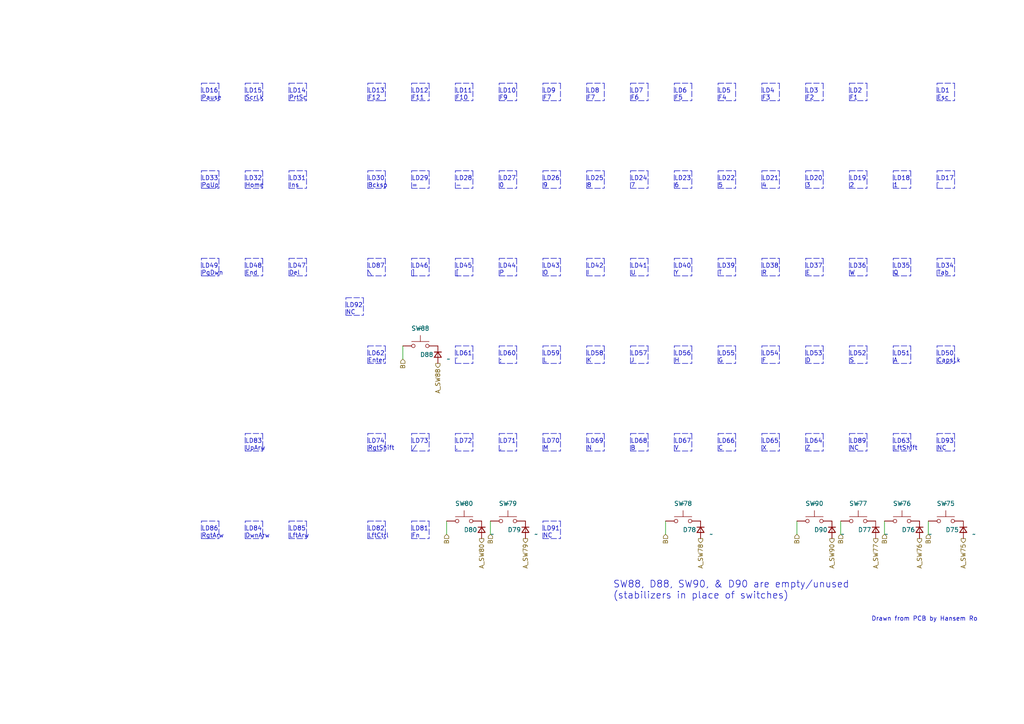
<source format=kicad_sch>
(kicad_sch (version 20211123) (generator eeschema)
  (paper "A4")
  (lib_symbols
    (symbol "Device:D_Small" (pin_numbers hide) (pin_names (offset 0.254) hide)
      (property "Reference" "D" (at -1.27 2.032 0))
      (property "Value" "D_Small" (at -3.81 -2.032 0))
      (symbol "D_Small_0_1"
        (polyline (pts (xy -0.762 -1.016) (xy -0.762 1.016)) (stroke (width 0.254)))
        (polyline (pts (xy -0.762 0) (xy 0.762 0)))
        (polyline (pts (xy 0.762 -1.016) (xy -0.762 0) (xy 0.762 1.016) (xy 0.762 -1.016)) (stroke (width 0.254)))
      )
      (symbol "D_Small_1_1"
        (pin passive line (at -2.54 0 0) (length 1.778) (name "K") (number "1"))
        (pin passive line (at 2.54 0 180) (length 1.778) (name "A") (number "2"))
      )
    )
    (symbol "Switch:SW_Push" (pin_numbers hide) (pin_names (offset 1.016) hide)
      (property "Reference" "SW" (at 1.27 2.54 0))
      (property "Value" "SW_Push" (at 0 -1.524 0))
      (symbol "SW_Push_0_1"
        (circle (center -2.032 0) (radius 0.508))
        (polyline (pts (xy 0 1.27) (xy 0 3.048)))
        (polyline (pts (xy 2.54 1.27) (xy -2.54 1.27)))
        (circle (center 2.032 0) (radius 0.508))
        (pin passive line (at -5.08 0 0) (length 2.54) (name "1") (number "1"))
        (pin passive line (at 5.08 0 180) (length 2.54) (name "2") (number "2"))
      )
    )
  )
  (polyline (pts (xy 226.06 125.73) (xy 226.06 130.81)))
  (polyline (pts (xy 119.38 156.21) (xy 124.46 156.21)))
  (polyline (pts (xy 259.08 49.53) (xy 264.16 49.53)))
  (polyline (pts (xy 220.98 24.13) (xy 226.06 24.13)))
  (polyline (pts (xy 226.06 49.53) (xy 226.06 54.61)))
  (polyline (pts (xy 187.96 100.33) (xy 187.96 105.41)))
  (polyline (pts (xy 271.78 80.01) (xy 276.86 80.01)))
  (polyline (pts (xy 157.48 151.13) (xy 162.56 151.13)))
  (polyline (pts (xy 83.82 54.61) (xy 83.82 49.53)))
  (polyline (pts (xy 170.18 130.81) (xy 175.26 130.81)))
  (polyline (pts (xy 175.26 49.53) (xy 175.26 54.61)))
  (polyline (pts (xy 259.08 105.41) (xy 264.16 105.41)))
  (polyline (pts (xy 106.68 125.73) (xy 111.76 125.73)))
  (polyline (pts (xy 233.68 54.61) (xy 238.76 54.61)))
  (polyline (pts (xy 119.38 80.01) (xy 124.46 80.01)))
  (polyline (pts (xy 259.08 80.01) (xy 264.16 80.01)))
  (polyline (pts (xy 271.78 80.01) (xy 271.78 74.93)))
  (polyline (pts (xy 106.68 105.41) (xy 111.76 105.41)))
  (polyline (pts (xy 132.08 100.33) (xy 137.16 100.33)))
  (wire (pts (xy 142.24 151.13) (xy 142.24 154.94)))
  (polyline (pts (xy 157.48 54.61) (xy 157.48 49.53)))
  (polyline (pts (xy 195.58 125.73) (xy 200.66 125.73)))
  (polyline (pts (xy 200.66 49.53) (xy 200.66 54.61)))
  (polyline (pts (xy 137.16 24.13) (xy 137.16 29.21)))
  (polyline (pts (xy 195.58 80.01) (xy 195.58 74.93)))
  (polyline (pts (xy 195.58 105.41) (xy 200.66 105.41)))
  (polyline (pts (xy 119.38 151.13) (xy 124.46 151.13)))
  (polyline (pts (xy 208.28 105.41) (xy 213.36 105.41)))
  (polyline (pts (xy 170.18 29.21) (xy 170.18 24.13)))
  (polyline (pts (xy 246.38 80.01) (xy 251.46 80.01)))
  (polyline (pts (xy 157.48 24.13) (xy 162.56 24.13)))
  (polyline (pts (xy 132.08 24.13) (xy 137.16 24.13)))
  (polyline (pts (xy 220.98 49.53) (xy 226.06 49.53)))
  (polyline (pts (xy 144.78 130.81) (xy 149.86 130.81)))
  (polyline (pts (xy 208.28 130.81) (xy 213.36 130.81)))
  (polyline (pts (xy 195.58 54.61) (xy 195.58 49.53)))
  (polyline (pts (xy 170.18 29.21) (xy 175.26 29.21)))
  (polyline (pts (xy 195.58 130.81) (xy 195.58 125.73)))
  (polyline (pts (xy 132.08 105.41) (xy 137.16 105.41)))
  (polyline (pts (xy 182.88 54.61) (xy 182.88 49.53)))
  (polyline (pts (xy 246.38 49.53) (xy 251.46 49.53)))
  (polyline (pts (xy 170.18 105.41) (xy 175.26 105.41)))
  (polyline (pts (xy 182.88 105.41) (xy 187.96 105.41)))
  (polyline (pts (xy 144.78 80.01) (xy 149.86 80.01)))
  (polyline (pts (xy 157.48 130.81) (xy 157.48 125.73)))
  (polyline (pts (xy 271.78 24.13) (xy 276.86 24.13)))
  (polyline (pts (xy 88.9 74.93) (xy 88.9 80.01)))
  (polyline (pts (xy 170.18 54.61) (xy 170.18 49.53)))
  (polyline (pts (xy 149.86 49.53) (xy 149.86 54.61)))
  (polyline (pts (xy 251.46 125.73) (xy 251.46 130.81)))
  (polyline (pts (xy 208.28 130.81) (xy 208.28 125.73)))
  (polyline (pts (xy 106.68 54.61) (xy 106.68 49.53)))
  (polyline (pts (xy 271.78 105.41) (xy 276.86 105.41)))
  (polyline (pts (xy 195.58 130.81) (xy 200.66 130.81)))
  (polyline (pts (xy 132.08 74.93) (xy 137.16 74.93)))
  (polyline (pts (xy 208.28 29.21) (xy 213.36 29.21)))
  (polyline (pts (xy 233.68 49.53) (xy 238.76 49.53)))
  (polyline (pts (xy 144.78 80.01) (xy 144.78 74.93)))
  (polyline (pts (xy 106.68 29.21) (xy 106.68 24.13)))
  (polyline (pts (xy 276.86 24.13) (xy 276.86 29.21)))
  (polyline (pts (xy 246.38 54.61) (xy 251.46 54.61)))
  (polyline (pts (xy 88.9 24.13) (xy 88.9 29.21)))
  (polyline (pts (xy 233.68 29.21) (xy 238.76 29.21)))
  (polyline (pts (xy 213.36 125.73) (xy 213.36 130.81)))
  (polyline (pts (xy 58.42 29.21) (xy 63.5 29.21)))
  (polyline (pts (xy 233.68 54.61) (xy 233.68 49.53)))
  (polyline (pts (xy 58.42 151.13) (xy 63.5 151.13)))
  (polyline (pts (xy 208.28 24.13) (xy 213.36 24.13)))
  (polyline (pts (xy 76.2 125.73) (xy 76.2 130.81)))
  (polyline (pts (xy 137.16 74.93) (xy 137.16 80.01)))
  (polyline (pts (xy 71.12 54.61) (xy 76.2 54.61)))
  (polyline (pts (xy 213.36 49.53) (xy 213.36 54.61)))
  (polyline (pts (xy 233.68 74.93) (xy 238.76 74.93)))
  (polyline (pts (xy 259.08 130.81) (xy 259.08 125.73)))
  (polyline (pts (xy 220.98 105.41) (xy 220.98 100.33)))
  (polyline (pts (xy 124.46 125.73) (xy 124.46 130.81)))
  (polyline (pts (xy 106.68 80.01) (xy 106.68 74.93)))
  (polyline (pts (xy 124.46 74.93) (xy 124.46 80.01)))
  (polyline (pts (xy 105.41 86.36) (xy 105.41 91.44)))
  (polyline (pts (xy 200.66 125.73) (xy 200.66 130.81)))
  (polyline (pts (xy 88.9 49.53) (xy 88.9 54.61)))
  (polyline (pts (xy 157.48 105.41) (xy 162.56 105.41)))
  (polyline (pts (xy 246.38 29.21) (xy 251.46 29.21)))
  (polyline (pts (xy 220.98 105.41) (xy 226.06 105.41)))
  (polyline (pts (xy 246.38 105.41) (xy 251.46 105.41)))
  (polyline (pts (xy 58.42 24.13) (xy 63.5 24.13)))
  (polyline (pts (xy 100.33 86.36) (xy 105.41 86.36)))
  (polyline (pts (xy 271.78 130.81) (xy 271.78 125.73)))
  (polyline (pts (xy 132.08 130.81) (xy 132.08 125.73)))
  (polyline (pts (xy 111.76 24.13) (xy 111.76 29.21)))
  (polyline (pts (xy 170.18 130.81) (xy 170.18 125.73)))
  (polyline (pts (xy 238.76 74.93) (xy 238.76 80.01)))
  (polyline (pts (xy 106.68 80.01) (xy 111.76 80.01)))
  (polyline (pts (xy 144.78 54.61) (xy 149.86 54.61)))
  (polyline (pts (xy 271.78 54.61) (xy 276.86 54.61)))
  (polyline (pts (xy 124.46 24.13) (xy 124.46 29.21)))
  (polyline (pts (xy 124.46 49.53) (xy 124.46 54.61)))
  (polyline (pts (xy 71.12 125.73) (xy 76.2 125.73)))
  (polyline (pts (xy 76.2 74.93) (xy 76.2 80.01)))
  (polyline (pts (xy 157.48 156.21) (xy 162.56 156.21)))
  (polyline (pts (xy 182.88 29.21) (xy 187.96 29.21)))
  (polyline (pts (xy 208.28 49.53) (xy 213.36 49.53)))
  (polyline (pts (xy 162.56 49.53) (xy 162.56 54.61)))
  (polyline (pts (xy 76.2 24.13) (xy 76.2 29.21)))
  (polyline (pts (xy 132.08 54.61) (xy 132.08 49.53)))
  (polyline (pts (xy 144.78 49.53) (xy 149.86 49.53)))
  (polyline (pts (xy 276.86 74.93) (xy 276.86 80.01)))
  (polyline (pts (xy 187.96 74.93) (xy 187.96 80.01)))
  (polyline (pts (xy 132.08 49.53) (xy 137.16 49.53)))
  (polyline (pts (xy 83.82 151.13) (xy 88.9 151.13)))
  (polyline (pts (xy 251.46 74.93) (xy 251.46 80.01)))
  (polyline (pts (xy 149.86 74.93) (xy 149.86 80.01)))
  (polyline (pts (xy 200.66 74.93) (xy 200.66 80.01)))
  (polyline (pts (xy 71.12 130.81) (xy 76.2 130.81)))
  (polyline (pts (xy 111.76 29.21) (xy 110.49 29.21)))
  (polyline (pts (xy 71.12 49.53) (xy 76.2 49.53)))
  (polyline (pts (xy 58.42 74.93) (xy 63.5 74.93)))
  (polyline (pts (xy 71.12 156.21) (xy 76.2 156.21)))
  (polyline (pts (xy 208.28 74.93) (xy 213.36 74.93)))
  (polyline (pts (xy 170.18 100.33) (xy 175.26 100.33)))
  (polyline (pts (xy 233.68 80.01) (xy 233.68 74.93)))
  (polyline (pts (xy 157.48 29.21) (xy 157.48 24.13)))
  (polyline (pts (xy 182.88 74.93) (xy 187.96 74.93)))
  (polyline (pts (xy 83.82 156.21) (xy 88.9 156.21)))
  (polyline (pts (xy 233.68 125.73) (xy 238.76 125.73)))
  (polyline (pts (xy 246.38 74.93) (xy 251.46 74.93)))
  (polyline (pts (xy 195.58 74.93) (xy 200.66 74.93)))
  (polyline (pts (xy 106.68 105.41) (xy 106.68 100.33)))
  (polyline (pts (xy 220.98 80.01) (xy 220.98 74.93)))
  (polyline (pts (xy 132.08 29.21) (xy 132.08 24.13)))
  (polyline (pts (xy 111.76 74.93) (xy 111.76 80.01)))
  (polyline (pts (xy 271.78 74.93) (xy 276.86 74.93)))
  (polyline (pts (xy 132.08 130.81) (xy 137.16 130.81)))
  (polyline (pts (xy 195.58 49.53) (xy 200.66 49.53)))
  (polyline (pts (xy 175.26 74.93) (xy 175.26 80.01)))
  (polyline (pts (xy 170.18 80.01) (xy 175.26 80.01)))
  (polyline (pts (xy 71.12 29.21) (xy 71.12 24.13)))
  (polyline (pts (xy 246.38 125.73) (xy 251.46 125.73)))
  (polyline (pts (xy 58.42 29.21) (xy 58.42 24.13)))
  (polyline (pts (xy 106.68 151.13) (xy 111.76 151.13)))
  (polyline (pts (xy 106.68 156.21) (xy 111.76 156.21)))
  (polyline (pts (xy 157.48 80.01) (xy 162.56 80.01)))
  (polyline (pts (xy 271.78 100.33) (xy 276.86 100.33)))
  (polyline (pts (xy 71.12 54.61) (xy 71.12 49.53)))
  (polyline (pts (xy 208.28 80.01) (xy 208.28 74.93)))
  (polyline (pts (xy 226.06 100.33) (xy 226.06 105.41)))
  (polyline (pts (xy 83.82 74.93) (xy 88.9 74.93)))
  (polyline (pts (xy 157.48 29.21) (xy 162.56 29.21)))
  (polyline (pts (xy 182.88 130.81) (xy 187.96 130.81)))
  (polyline (pts (xy 238.76 125.73) (xy 238.76 130.81)))
  (wire (pts (xy 193.04 151.13) (xy 193.04 154.94)))
  (polyline (pts (xy 170.18 24.13) (xy 175.26 24.13)))
  (polyline (pts (xy 170.18 54.61) (xy 175.26 54.61)))
  (polyline (pts (xy 233.68 100.33) (xy 238.76 100.33)))
  (polyline (pts (xy 157.48 125.73) (xy 162.56 125.73)))
  (polyline (pts (xy 144.78 29.21) (xy 149.86 29.21)))
  (polyline (pts (xy 271.78 54.61) (xy 271.78 49.53)))
  (polyline (pts (xy 88.9 151.13) (xy 88.9 156.21)))
  (polyline (pts (xy 83.82 54.61) (xy 88.9 54.61)))
  (wire (pts (xy 129.54 151.13) (xy 129.54 154.94)))
  (polyline (pts (xy 170.18 125.73) (xy 175.26 125.73)))
  (polyline (pts (xy 58.42 49.53) (xy 63.5 49.53)))
  (polyline (pts (xy 271.78 29.21) (xy 276.86 29.21)))
  (polyline (pts (xy 106.68 130.81) (xy 111.76 130.81)))
  (polyline (pts (xy 63.5 151.13) (xy 63.5 156.21)))
  (polyline (pts (xy 246.38 130.81) (xy 246.38 125.73)))
  (polyline (pts (xy 251.46 49.53) (xy 251.46 54.61)))
  (polyline (pts (xy 71.12 29.21) (xy 76.2 29.21)))
  (polyline (pts (xy 246.38 130.81) (xy 251.46 130.81)))
  (polyline (pts (xy 200.66 100.33) (xy 200.66 105.41)))
  (polyline (pts (xy 187.96 125.73) (xy 187.96 130.81)))
  (polyline (pts (xy 271.78 130.81) (xy 276.86 130.81)))
  (polyline (pts (xy 220.98 54.61) (xy 220.98 49.53)))
  (polyline (pts (xy 162.56 151.13) (xy 162.56 156.21)))
  (polyline (pts (xy 63.5 74.93) (xy 63.5 80.01)))
  (polyline (pts (xy 182.88 125.73) (xy 187.96 125.73)))
  (wire (pts (xy 231.14 151.13) (xy 231.14 154.94)))
  (polyline (pts (xy 271.78 29.21) (xy 271.78 24.13)))
  (polyline (pts (xy 149.86 24.13) (xy 149.86 29.21)))
  (polyline (pts (xy 124.46 151.13) (xy 124.46 156.21)))
  (polyline (pts (xy 58.42 80.01) (xy 58.42 74.93)))
  (polyline (pts (xy 182.88 49.53) (xy 187.96 49.53)))
  (polyline (pts (xy 187.96 24.13) (xy 187.96 29.21)))
  (polyline (pts (xy 200.66 24.13) (xy 200.66 29.21)))
  (polyline (pts (xy 58.42 54.61) (xy 58.42 49.53)))
  (polyline (pts (xy 157.48 49.53) (xy 162.56 49.53)))
  (polyline (pts (xy 220.98 74.93) (xy 226.06 74.93)))
  (polyline (pts (xy 83.82 80.01) (xy 88.9 80.01)))
  (polyline (pts (xy 220.98 125.73) (xy 226.06 125.73)))
  (polyline (pts (xy 195.58 54.61) (xy 200.66 54.61)))
  (polyline (pts (xy 137.16 100.33) (xy 137.16 105.41)))
  (polyline (pts (xy 106.68 156.21) (xy 106.68 151.13)))
  (polyline (pts (xy 58.42 156.21) (xy 63.5 156.21)))
  (polyline (pts (xy 233.68 80.01) (xy 238.76 80.01)))
  (polyline (pts (xy 259.08 125.73) (xy 264.16 125.73)))
  (polyline (pts (xy 132.08 80.01) (xy 137.16 80.01)))
  (polyline (pts (xy 182.88 54.61) (xy 187.96 54.61)))
  (polyline (pts (xy 71.12 24.13) (xy 76.2 24.13)))
  (polyline (pts (xy 157.48 54.61) (xy 162.56 54.61)))
  (polyline (pts (xy 162.56 74.93) (xy 162.56 80.01)))
  (polyline (pts (xy 63.5 24.13) (xy 63.5 29.21)))
  (polyline (pts (xy 246.38 80.01) (xy 246.38 74.93)))
  (polyline (pts (xy 220.98 29.21) (xy 220.98 24.13)))
  (polyline (pts (xy 182.88 80.01) (xy 187.96 80.01)))
  (polyline (pts (xy 157.48 100.33) (xy 162.56 100.33)))
  (polyline (pts (xy 182.88 100.33) (xy 187.96 100.33)))
  (polyline (pts (xy 195.58 100.33) (xy 200.66 100.33)))
  (polyline (pts (xy 182.88 24.13) (xy 187.96 24.13)))
  (polyline (pts (xy 162.56 125.73) (xy 162.56 130.81)))
  (polyline (pts (xy 264.16 100.33) (xy 264.16 105.41)))
  (polyline (pts (xy 106.68 74.93) (xy 111.76 74.93)))
  (polyline (pts (xy 233.68 29.21) (xy 233.68 24.13)))
  (polyline (pts (xy 246.38 105.41) (xy 246.38 100.33)))
  (polyline (pts (xy 71.12 80.01) (xy 71.12 74.93)))
  (wire (pts (xy 256.54 151.13) (xy 256.54 154.94)))
  (polyline (pts (xy 208.28 125.73) (xy 213.36 125.73)))
  (polyline (pts (xy 106.68 49.53) (xy 111.76 49.53)))
  (polyline (pts (xy 271.78 105.41) (xy 271.78 100.33)))
  (polyline (pts (xy 264.16 74.93) (xy 264.16 80.01)))
  (polyline (pts (xy 106.68 29.21) (xy 111.76 29.21)))
  (polyline (pts (xy 144.78 130.81) (xy 144.78 125.73)))
  (polyline (pts (xy 106.68 54.61) (xy 111.76 54.61)))
  (polyline (pts (xy 76.2 49.53) (xy 76.2 54.61)))
  (polyline (pts (xy 233.68 130.81) (xy 233.68 125.73)))
  (polyline (pts (xy 238.76 24.13) (xy 238.76 29.21)))
  (polyline (pts (xy 58.42 54.61) (xy 63.5 54.61)))
  (polyline (pts (xy 238.76 49.53) (xy 238.76 54.61)))
  (polyline (pts (xy 119.38 24.13) (xy 124.46 24.13)))
  (polyline (pts (xy 259.08 130.81) (xy 264.16 130.81)))
  (polyline (pts (xy 195.58 24.13) (xy 200.66 24.13)))
  (polyline (pts (xy 144.78 24.13) (xy 149.86 24.13)))
  (polyline (pts (xy 220.98 80.01) (xy 226.06 80.01)))
  (polyline (pts (xy 76.2 151.13) (xy 76.2 156.21)))
  (polyline (pts (xy 259.08 54.61) (xy 264.16 54.61)))
  (polyline (pts (xy 182.88 29.21) (xy 182.88 24.13)))
  (polyline (pts (xy 144.78 54.61) (xy 144.78 49.53)))
  (polyline (pts (xy 220.98 100.33) (xy 226.06 100.33)))
  (polyline (pts (xy 157.48 74.93) (xy 162.56 74.93)))
  (polyline (pts (xy 195.58 80.01) (xy 200.66 80.01)))
  (polyline (pts (xy 119.38 29.21) (xy 119.38 24.13)))
  (polyline (pts (xy 119.38 54.61) (xy 124.46 54.61)))
  (polyline (pts (xy 137.16 125.73) (xy 137.16 130.81)))
  (wire (pts (xy 116.84 100.33) (xy 116.84 104.14)))
  (polyline (pts (xy 119.38 54.61) (xy 119.38 49.53)))
  (polyline (pts (xy 83.82 156.21) (xy 83.82 151.13)))
  (polyline (pts (xy 195.58 29.21) (xy 200.66 29.21)))
  (polyline (pts (xy 111.76 100.33) (xy 111.76 105.41)))
  (polyline (pts (xy 251.46 100.33) (xy 251.46 105.41)))
  (polyline (pts (xy 157.48 80.01) (xy 157.48 74.93)))
  (polyline (pts (xy 83.82 49.53) (xy 88.9 49.53)))
  (polyline (pts (xy 233.68 24.13) (xy 238.76 24.13)))
  (polyline (pts (xy 111.76 49.53) (xy 111.76 54.61)))
  (polyline (pts (xy 259.08 80.01) (xy 259.08 74.93)))
  (polyline (pts (xy 233.68 105.41) (xy 233.68 100.33)))
  (polyline (pts (xy 58.42 80.01) (xy 63.5 80.01)))
  (polyline (pts (xy 162.56 100.33) (xy 162.56 105.41)))
  (polyline (pts (xy 144.78 100.33) (xy 149.86 100.33)))
  (polyline (pts (xy 213.36 24.13) (xy 213.36 29.21)))
  (polyline (pts (xy 175.26 100.33) (xy 175.26 105.41)))
  (polyline (pts (xy 144.78 105.41) (xy 149.86 105.41)))
  (polyline (pts (xy 119.38 74.93) (xy 124.46 74.93)))
  (polyline (pts (xy 144.78 125.73) (xy 149.86 125.73)))
  (polyline (pts (xy 182.88 80.01) (xy 182.88 74.93)))
  (polyline (pts (xy 246.38 24.13) (xy 251.46 24.13)))
  (polyline (pts (xy 246.38 54.61) (xy 246.38 49.53)))
  (polyline (pts (xy 276.86 100.33) (xy 276.86 105.41)))
  (polyline (pts (xy 213.36 100.33) (xy 213.36 105.41)))
  (polyline (pts (xy 170.18 80.01) (xy 170.18 74.93)))
  (polyline (pts (xy 119.38 156.21) (xy 119.38 151.13)))
  (polyline (pts (xy 271.78 125.73) (xy 276.86 125.73)))
  (polyline (pts (xy 208.28 54.61) (xy 213.36 54.61)))
  (polyline (pts (xy 83.82 29.21) (xy 83.82 24.13)))
  (polyline (pts (xy 157.48 130.81) (xy 162.56 130.81)))
  (polyline (pts (xy 175.26 125.73) (xy 175.26 130.81)))
  (polyline (pts (xy 220.98 130.81) (xy 226.06 130.81)))
  (polyline (pts (xy 71.12 151.13) (xy 76.2 151.13)))
  (polyline (pts (xy 182.88 130.81) (xy 182.88 125.73)))
  (polyline (pts (xy 220.98 29.21) (xy 226.06 29.21)))
  (polyline (pts (xy 132.08 54.61) (xy 137.16 54.61)))
  (polyline (pts (xy 170.18 74.93) (xy 175.26 74.93)))
  (polyline (pts (xy 144.78 105.41) (xy 144.78 100.33)))
  (polyline (pts (xy 119.38 29.21) (xy 124.46 29.21)))
  (polyline (pts (xy 132.08 125.73) (xy 137.16 125.73)))
  (polyline (pts (xy 259.08 100.33) (xy 264.16 100.33)))
  (polyline (pts (xy 106.68 100.33) (xy 111.76 100.33)))
  (polyline (pts (xy 119.38 130.81) (xy 124.46 130.81)))
  (polyline (pts (xy 119.38 125.73) (xy 124.46 125.73)))
  (polyline (pts (xy 111.76 151.13) (xy 111.76 156.21)))
  (polyline (pts (xy 233.68 130.81) (xy 238.76 130.81)))
  (polyline (pts (xy 208.28 29.21) (xy 208.28 24.13)))
  (polyline (pts (xy 259.08 54.61) (xy 259.08 49.53)))
  (polyline (pts (xy 157.48 156.21) (xy 157.48 151.13)))
  (polyline (pts (xy 251.46 24.13) (xy 251.46 29.21)))
  (polyline (pts (xy 187.96 49.53) (xy 187.96 54.61)))
  (polyline (pts (xy 246.38 29.21) (xy 246.38 24.13)))
  (polyline (pts (xy 132.08 105.41) (xy 132.08 100.33)))
  (polyline (pts (xy 119.38 49.53) (xy 124.46 49.53)))
  (polyline (pts (xy 71.12 156.21) (xy 71.12 151.13)))
  (polyline (pts (xy 226.06 24.13) (xy 226.06 29.21)))
  (polyline (pts (xy 220.98 130.81) (xy 220.98 125.73)))
  (polyline (pts (xy 238.76 100.33) (xy 238.76 105.41)))
  (polyline (pts (xy 264.16 125.73) (xy 264.16 130.81)))
  (polyline (pts (xy 233.68 105.41) (xy 238.76 105.41)))
  (polyline (pts (xy 208.28 100.33) (xy 213.36 100.33)))
  (polyline (pts (xy 71.12 74.93) (xy 76.2 74.93)))
  (polyline (pts (xy 71.12 130.81) (xy 71.12 125.73)))
  (polyline (pts (xy 83.82 80.01) (xy 83.82 74.93)))
  (polyline (pts (xy 119.38 80.01) (xy 119.38 74.93)))
  (polyline (pts (xy 276.86 49.53) (xy 276.86 54.61)))
  (polyline (pts (xy 119.38 130.81) (xy 119.38 125.73)))
  (polyline (pts (xy 132.08 80.01) (xy 132.08 74.93)))
  (polyline (pts (xy 195.58 105.41) (xy 195.58 100.33)))
  (polyline (pts (xy 259.08 74.93) (xy 264.16 74.93)))
  (polyline (pts (xy 83.82 29.21) (xy 88.9 29.21)))
  (polyline (pts (xy 100.33 91.44) (xy 100.33 86.36)))
  (polyline (pts (xy 58.42 156.21) (xy 58.42 151.13)))
  (wire (pts (xy 269.24 151.13) (xy 269.24 154.94)))
  (polyline (pts (xy 106.68 130.81) (xy 106.68 125.73)))
  (polyline (pts (xy 157.48 105.41) (xy 157.48 100.33)))
  (polyline (pts (xy 175.26 24.13) (xy 175.26 29.21)))
  (polyline (pts (xy 220.98 54.61) (xy 226.06 54.61)))
  (polyline (pts (xy 208.28 80.01) (xy 213.36 80.01)))
  (polyline (pts (xy 246.38 100.33) (xy 251.46 100.33)))
  (wire (pts (xy 243.84 151.13) (xy 243.84 154.94)))
  (polyline (pts (xy 195.58 29.21) (xy 195.58 24.13)))
  (polyline (pts (xy 149.86 125.73) (xy 149.86 130.81)))
  (polyline (pts (xy 208.28 54.61) (xy 208.28 49.53)))
  (polyline (pts (xy 271.78 49.53) (xy 276.86 49.53)))
  (polyline (pts (xy 83.82 24.13) (xy 88.9 24.13)))
  (polyline (pts (xy 149.86 100.33) (xy 149.86 105.41)))
  (polyline (pts (xy 170.18 105.41) (xy 170.18 100.33)))
  (polyline (pts (xy 63.5 49.53) (xy 63.5 54.61)))
  (polyline (pts (xy 226.06 74.93) (xy 226.06 80.01)))
  (polyline (pts (xy 100.33 91.44) (xy 105.41 91.44)))
  (polyline (pts (xy 111.76 125.73) (xy 111.76 130.81)))
  (polyline (pts (xy 162.56 24.13) (xy 162.56 29.21)))
  (polyline (pts (xy 137.16 49.53) (xy 137.16 54.61)))
  (polyline (pts (xy 144.78 29.21) (xy 144.78 24.13)))
  (polyline (pts (xy 259.08 105.41) (xy 259.08 100.33)))
  (polyline (pts (xy 106.68 24.13) (xy 111.76 24.13)))
  (polyline (pts (xy 170.18 49.53) (xy 175.26 49.53)))
  (polyline (pts (xy 182.88 105.41) (xy 182.88 100.33)))
  (polyline (pts (xy 276.86 125.73) (xy 276.86 130.81)))
  (polyline (pts (xy 132.08 29.21) (xy 137.16 29.21)))
  (polyline (pts (xy 264.16 49.53) (xy 264.16 54.61)))
  (polyline (pts (xy 144.78 74.93) (xy 149.86 74.93)))
  (polyline (pts (xy 213.36 74.93) (xy 213.36 80.01)))
  (polyline (pts (xy 71.12 80.01) (xy 76.2 80.01)))
  (polyline (pts (xy 208.28 105.41) (xy 208.28 100.33)))
  (text "LD31\nIns" (at 83.82 54.61 0) (effects (font (size 1.27 1.27)) (justify left bottom)))
  (text "LD13\nF12" (at 106.68 29.21 0) (effects (font (size 1.27 1.27)) (justify left bottom)))
  (text "LD20\n3" (at 233.68 54.61 0) (effects (font (size 1.27 1.27)) (justify left bottom)))
  (text "LD67\nV" (at 195.58 130.81 0) (effects (font (size 1.27 1.27)) (justify left bottom)))
  (text "LD73\n/" (at 119.38 130.81 0) (effects (font (size 1.27 1.27)) (justify left bottom)))
  (text "LD55\nG" (at 208.28 105.41 0) (effects (font (size 1.27 1.27)) (justify left bottom)))
  (text "LD65\nX" (at 220.98 130.81 0) (effects (font (size 1.27 1.27)) (justify left bottom)))
  (text "LD32\nHome" (at 71.12 54.61 0) (effects (font (size 1.27 1.27)) (justify left bottom)))
  (text "LD54\nF" (at 220.98 105.41 0) (effects (font (size 1.27 1.27)) (justify left bottom)))
  (text "LD10\nF9" (at 144.78 29.21 0) (effects (font (size 1.27 1.27)) (justify left bottom)))
  (text "LD64\nZ" (at 233.68 130.81 0) (effects (font (size 1.27 1.27)) (justify left bottom)))
  (text "LD87\n\\" (at 106.68 80.01 0) (effects (font (size 1.27 1.27)) (justify left bottom)))
  (text "LD27\n0" (at 144.78 54.61 0) (effects (font (size 1.27 1.27)) (justify left bottom)))
  (text "LD66\nC" (at 208.28 130.81 0) (effects (font (size 1.27 1.27)) (justify left bottom)))
  (text "LD56\nH" (at 195.58 105.41 0) (effects (font (size 1.27 1.27)) (justify left bottom)))
  (text "LD11\nF10" (at 132.08 29.21 0) (effects (font (size 1.27 1.27)) (justify left bottom)))
  (text "LD19\n2" (at 246.38 54.61 0) (effects (font (size 1.27 1.27)) (justify left bottom)))
  (text "LD58\nK" (at 170.18 105.41 0) (effects (font (size 1.27 1.27)) (justify left bottom)))
  (text "LD60\n;" (at 144.78 105.41 0) (effects (font (size 1.27 1.27)) (justify left bottom)))
  (text "LD30\nBcksp" (at 106.68 54.61 0) (effects (font (size 1.27 1.27)) (justify left bottom)))
  (text "LD24\n7" (at 182.88 54.61 0) (effects (font (size 1.27 1.27)) (justify left bottom)))
  (text "Drawn from PCB by Hansem Ro" (at 252.73 180.34 0) (effects (font (size 1.27 1.27)) (justify left bottom)))
  (text "LD36\nW" (at 246.38 80.01 0) (effects (font (size 1.27 1.27)) (justify left bottom)))
  (text "LD51\nA" (at 259.08 105.41 0) (effects (font (size 1.27 1.27)) (justify left bottom)))
  (text "LD35\nQ" (at 259.08 80.01 0) (effects (font (size 1.27 1.27)) (justify left bottom)))
  (text "LD72\n." (at 132.08 130.81 0) (effects (font (size 1.27 1.27)) (justify left bottom)))
  (text "LD4\nF3" (at 220.98 29.21 0) (effects (font (size 1.27 1.27)) (justify left bottom)))
  (text "LD15\nScrLk" (at 71.12 29.21 0) (effects (font (size 1.27 1.27)) (justify left bottom)))
  (text "SW88, D88, SW90, & D90 are empty/unused\n(stabilizers in place of switches)" (at 177.8 173.99 0) (effects (font (size 2 2)) (justify left bottom)))
  (text "LD59\nL" (at 157.48 105.41 0) (effects (font (size 1.27 1.27)) (justify left bottom)))
  (text "LD57\nJ" (at 182.88 105.41 0) (effects (font (size 1.27 1.27)) (justify left bottom)))
  (text "LD40\nY" (at 195.58 80.01 0) (effects (font (size 1.27 1.27)) (justify left bottom)))
  (text "LD74\nRgtShift" (at 106.68 130.81 0) (effects (font (size 1.27 1.27)) (justify left bottom)))
  (text "LD6\nF5" (at 195.58 29.21 0) (effects (font (size 1.27 1.27)) (justify left bottom)))
  (text "LD50\nCapsLk" (at 271.78 105.41 0) (effects (font (size 1.27 1.27)) (justify left bottom)))
  (text "LD70\nM" (at 157.48 130.81 0) (effects (font (size 1.27 1.27)) (justify left bottom)))
  (text "LD38\nR" (at 220.98 80.01 0) (effects (font (size 1.27 1.27)) (justify left bottom)))
  (text "LD7\nF6" (at 182.88 29.21 0) (effects (font (size 1.27 1.27)) (justify left bottom)))
  (text "LD9\nF7" (at 157.48 29.21 0) (effects (font (size 1.27 1.27)) (justify left bottom)))
  (text "LD84\nDwnArw" (at 71.12 156.21 0) (effects (font (size 1.27 1.27)) (justify left bottom)))
  (text "LD17\n`" (at 271.78 54.61 0) (effects (font (size 1.27 1.27)) (justify left bottom)))
  (text "LD41\nU" (at 182.88 80.01 0) (effects (font (size 1.27 1.27)) (justify left bottom)))
  (text "LD68\nB" (at 182.88 130.81 0) (effects (font (size 1.27 1.27)) (justify left bottom)))
  (text "LD63\nLftShift" (at 259.08 130.81 0) (effects (font (size 1.27 1.27)) (justify left bottom)))
  (text "LD26\n9" (at 157.48 54.61 0) (effects (font (size 1.27 1.27)) (justify left bottom)))
  (text "LD42\nI" (at 170.18 80.01 0) (effects (font (size 1.27 1.27)) (justify left bottom)))
  (text "LD18\n1" (at 259.08 54.61 0) (effects (font (size 1.27 1.27)) (justify left bottom)))
  (text "LD48\nEnd" (at 71.12 80.01 0) (effects (font (size 1.27 1.27)) (justify left bottom)))
  (text "LD12\nF11" (at 119.38 29.21 0) (effects (font (size 1.27 1.27)) (justify left bottom)))
  (text "LD46\n]" (at 119.38 80.01 0) (effects (font (size 1.27 1.27)) (justify left bottom)))
  (text "LD86\nRgtArw" (at 58.42 156.21 0) (effects (font (size 1.27 1.27)) (justify left bottom)))
  (text "LD29\n=" (at 119.38 54.61 0) (effects (font (size 1.27 1.27)) (justify left bottom)))
  (text "LD71\n," (at 144.78 130.81 0) (effects (font (size 1.27 1.27)) (justify left bottom)))
  (text "LD37\nE" (at 233.68 80.01 0) (effects (font (size 1.27 1.27)) (justify left bottom)))
  (text "LD89\nNC" (at 246.38 130.81 0) (effects (font (size 1.27 1.27)) (justify left bottom)))
  (text "LD5\nF4" (at 208.28 29.21 0) (effects (font (size 1.27 1.27)) (justify left bottom)))
  (text "LD49\nPgDwn" (at 58.42 80.01 0) (effects (font (size 1.27 1.27)) (justify left bottom)))
  (text "LD14\nPrtSc" (at 83.82 29.21 0) (effects (font (size 1.27 1.27)) (justify left bottom)))
  (text "LD44\nP" (at 144.78 80.01 0) (effects (font (size 1.27 1.27)) (justify left bottom)))
  (text "LD21\n4" (at 220.98 54.61 0) (effects (font (size 1.27 1.27)) (justify left bottom)))
  (text "LD3\nF2" (at 233.68 29.21 0) (effects (font (size 1.27 1.27)) (justify left bottom)))
  (text "LD69\nN" (at 170.18 130.81 0) (effects (font (size 1.27 1.27)) (justify left bottom)))
  (text "LD82\nLftCtrl" (at 106.68 156.21 0) (effects (font (size 1.27 1.27)) (justify left bottom)))
  (text "LD28\n-" (at 132.08 54.61 0) (effects (font (size 1.27 1.27)) (justify left bottom)))
  (text "LD1\nEsc" (at 271.78 29.21 0) (effects (font (size 1.27 1.27)) (justify left bottom)))
  (text "LD81\nFn" (at 119.38 156.21 0) (effects (font (size 1.27 1.27)) (justify left bottom)))
  (text "LD39\nT" (at 208.28 80.01 0) (effects (font (size 1.27 1.27)) (justify left bottom)))
  (text "LD45\n[" (at 132.08 80.01 0) (effects (font (size 1.27 1.27)) (justify left bottom)))
  (text "LD93\nNC" (at 271.78 130.81 0) (effects (font (size 1.27 1.27)) (justify left bottom)))
  (text "LD43\nO" (at 157.48 80.01 0) (effects (font (size 1.27 1.27)) (justify left bottom)))
  (text "LD47\nDel" (at 83.82 80.01 0) (effects (font (size 1.27 1.27)) (justify left bottom)))
  (text "LD52\nS" (at 246.38 105.41 0) (effects (font (size 1.27 1.27)) (justify left bottom)))
  (text "LD33\nPgUp" (at 58.42 54.61 0) (effects (font (size 1.27 1.27)) (justify left bottom)))
  (text "LD2\nF1" (at 246.38 29.21 0) (effects (font (size 1.27 1.27)) (justify left bottom)))
  (text "LD91\nNC" (at 157.48 156.21 0) (effects (font (size 1.27 1.27)) (justify left bottom)))
  (text "LD16\nPause" (at 58.42 29.21 0) (effects (font (size 1.27 1.27)) (justify left bottom)))
  (text "LD83\nUpArw" (at 71.12 130.81 0) (effects (font (size 1.27 1.27)) (justify left bottom)))
  (text "LD53\nD" (at 233.68 105.41 0) (effects (font (size 1.27 1.27)) (justify left bottom)))
  (text "LD8\nF7" (at 170.18 29.21 0) (effects (font (size 1.27 1.27)) (justify left bottom)))
  (text "LD61\n'" (at 132.08 105.41 0) (effects (font (size 1.27 1.27)) (justify left bottom)))
  (text "LD85\nLftArw" (at 83.82 156.21 0) (effects (font (size 1.27 1.27)) (justify left bottom)))
  (text "LD25\n8" (at 170.18 54.61 0) (effects (font (size 1.27 1.27)) (justify left bottom)))
  (text "LD34\nTab" (at 271.78 80.01 0) (effects (font (size 1.27 1.27)) (justify left bottom)))
  (text "LD92\nNC" (at 100.33 91.44 0) (effects (font (size 1.27 1.27)) (justify left bottom)))
  (text "LD23\n6" (at 195.58 54.61 0) (effects (font (size 1.27 1.27)) (justify left bottom)))
  (text "LD22\n5" (at 208.28 54.61 0) (effects (font (size 1.27 1.27)) (justify left bottom)))
  (text "LD62\nEnter" (at 106.68 105.41 0) (effects (font (size 1.27 1.27)) (justify left bottom)))
  (hierarchical_label "B" (shape input) (at 243.84 154.94 270))
  (hierarchical_label "A_SW76" (shape output) (at 266.7 156.21 270))
  (hierarchical_label "A_SW78" (shape output) (at 203.2 156.21 270))
  (hierarchical_label "A_SW77" (shape output) (at 254 156.21 270))
  (hierarchical_label "B" (shape input) (at 193.04 154.94 270))
  (hierarchical_label "B" (shape input) (at 142.24 154.94 270))
  (hierarchical_label "A_SW90" (shape output) (at 241.3 156.21 270))
  (hierarchical_label "A_SW80" (shape output) (at 139.7 156.21 270))
  (hierarchical_label "A_SW88" (shape output) (at 127 105.41 270))
  (hierarchical_label "B" (shape input) (at 116.84 104.14 270))
  (hierarchical_label "B" (shape input) (at 269.24 154.94 270))
  (hierarchical_label "B" (shape input) (at 129.54 154.94 270))
  (hierarchical_label "B" (shape input) (at 231.14 154.94 270))
  (hierarchical_label "A_SW79" (shape output) (at 152.4 156.21 270))
  (hierarchical_label "B" (shape input) (at 256.54 154.94 270))
  (hierarchical_label "A_SW75" (shape output) (at 279.4 156.21 270))
  (symbol (lib_id "Device:D_Small") (at 152.4 153.67 270) (unit 1)
    (property "Reference" "D79" (at 151.13 153.67 90) (effects (justify right)))
    (property "Value" "~" (at 154.94 154.9399 90) (effects (justify left)))
  )
  (symbol (lib_id "Device:D_Small") (at 279.4 153.67 270) (unit 1)
    (property "Reference" "D75" (at 278.13 153.67 90) (effects (justify right)))
    (property "Value" "~" (at 281.94 154.9399 90) (effects (justify left)))
  )
  (symbol (lib_id "Switch:SW_Push") (at 261.62 151.13 0) (unit 1)
    (property "Reference" "SW76" (at 261.62 146.05 0))
    (property "Value" "~" (at 261.62 146.05 0))
  )
  (symbol (lib_id "Switch:SW_Push") (at 134.62 151.13 0) (unit 1)
    (property "Reference" "SW80" (at 134.62 146.05 0))
    (property "Value" "~" (at 134.62 146.05 0))
  )
  (symbol (lib_id "Device:D_Small") (at 127 102.87 270) (unit 1)
    (property "Reference" "D88" (at 125.73 102.87 90) (effects (justify right)))
    (property "Value" "~" (at 129.54 104.1399 90) (effects (justify left)))
  )
  (symbol (lib_id "Switch:SW_Push") (at 248.92 151.13 0) (unit 1)
    (property "Reference" "SW77" (at 248.92 146.05 0))
    (property "Value" "~" (at 248.92 146.05 0))
  )
  (symbol (lib_id "Switch:SW_Push") (at 236.22 151.13 0) (unit 1)
    (property "Reference" "SW90" (at 236.22 146.05 0))
    (property "Value" "~" (at 236.22 146.05 0))
  )
  (symbol (lib_id "Switch:SW_Push") (at 198.12 151.13 0) (unit 1)
    (property "Reference" "SW78" (at 198.12 146.05 0))
    (property "Value" "~" (at 198.12 146.05 0))
  )
  (symbol (lib_id "Device:D_Small") (at 241.3 153.67 270) (unit 1)
    (property "Reference" "D90" (at 240.03 153.67 90) (effects (justify right)))
    (property "Value" "~" (at 243.84 154.9399 90) (effects (justify left)))
  )
  (symbol (lib_id "Switch:SW_Push") (at 147.32 151.13 0) (unit 1)
    (property "Reference" "SW79" (at 147.32 146.05 0))
    (property "Value" "~" (at 147.32 146.05 0))
  )
  (symbol (lib_id "Device:D_Small") (at 266.7 153.67 270) (unit 1)
    (property "Reference" "D76" (at 265.43 153.67 90) (effects (justify right)))
    (property "Value" "~" (at 269.24 154.9399 90) (effects (justify left)))
  )
  (symbol (lib_id "Switch:SW_Push") (at 274.32 151.13 0) (unit 1)
    (property "Reference" "SW75" (at 274.32 146.05 0))
    (property "Value" "~" (at 274.32 146.05 0))
  )
  (symbol (lib_id "Device:D_Small") (at 139.7 153.67 270) (unit 1)
    (property "Reference" "D80" (at 138.43 153.67 90) (effects (justify right)))
    (property "Value" "~" (at 142.24 154.9399 90) (effects (justify left)))
  )
  (symbol (lib_id "Device:D_Small") (at 254 153.67 270) (unit 1)
    (property "Reference" "D77" (at 252.73 153.67 90) (effects (justify right)))
    (property "Value" "~" (at 256.54 154.9399 90) (effects (justify left)))
  )
  (symbol (lib_id "Device:D_Small") (at 203.2 153.67 270) (unit 1)
    (property "Reference" "D78" (at 201.93 153.67 90) (effects (justify right)))
    (property "Value" "~" (at 205.74 154.9399 90) (effects (justify left)))
  )
  (symbol (lib_id "Switch:SW_Push") (at 121.92 100.33 0) (unit 1)
    (property "Reference" "SW88" (at 121.92 95.25 0))
    (property "Value" "~" (at 121.92 95.25 0))
  )
)
</source>
